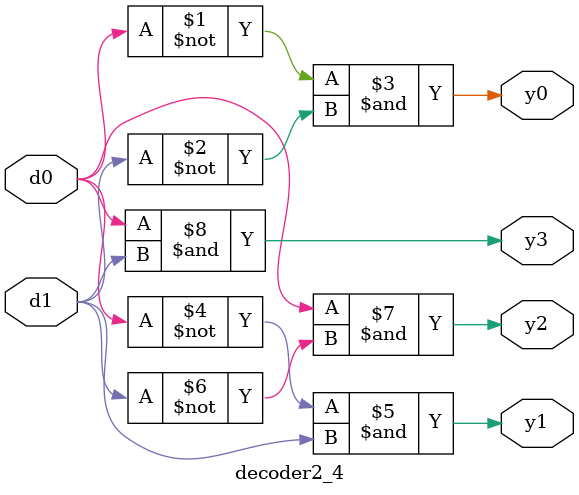
<source format=v>
module decoder2_4(input d0,d1,output y0,y1,y2,y3);
  assign y0 = ~d0 & ~d1 ;
  assign y1 = ~d0 & d1 ;
  assign y2 = d0 & ~d1 ;
  assign y3 = d0 & d1 ;
endmodule

</source>
